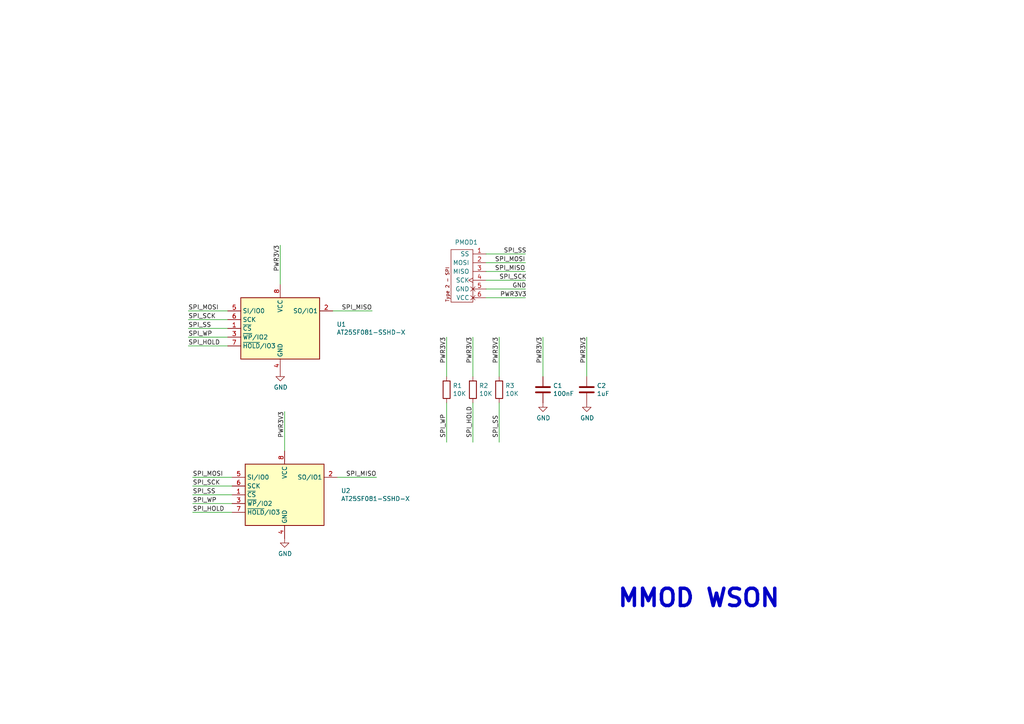
<source format=kicad_sch>
(kicad_sch (version 20211123) (generator eeschema)
  (paper "A4")
  (title_block (title "MMOD WSON") (date "2022-02-15") (rev "V0") (company "Copyright © 2022 Lone Dynamics Corporation"))
  (lib_symbols
    (symbol "Device:C" (pin_numbers hide) (pin_names (offset 0.254))
      (property "Reference" "C" (at 0.635 2.54 0))
      (property "Value" "C" (at 0.635 -2.54 0))
      (symbol "C_0_1"
        (polyline (pts (xy -2.032 -0.762) (xy 2.032 -0.762)) (stroke (width 0.508)))
        (polyline (pts (xy -2.032 0.762) (xy 2.032 0.762)) (stroke (width 0.508)))
      )
      (symbol "C_1_1"
        (pin passive line (at 0 3.81 270) (length 2.794) (name "~") (number "1"))
        (pin passive line (at 0 -3.81 90) (length 2.794) (name "~") (number "2"))
      )
    )
    (symbol "Device:R" (pin_numbers hide) (pin_names (offset 0))
      (property "Reference" "R" (at 2.032 0 90))
      (property "Value" "R" (at 0 0 90))
      (symbol "R_0_1"
        (rectangle (start -1.016 -2.54) (end 1.016 2.54) (stroke (width 0.254)))
      )
      (symbol "R_1_1"
        (pin passive line (at 0 3.81 270) (length 1.27) (name "~") (number "1"))
        (pin passive line (at 0 -3.81 90) (length 1.27) (name "~") (number "2"))
      )
    )
    (symbol "Memory_Flash:AT25SF081-SSHD-X"
      (property "Reference" "U" (at 2.54 12.7 0))
      (property "Value" "AT25SF081-SSHD-X" (at 10.16 10.16 0))
      (symbol "AT25SF081-SSHD-X_1_1"
        (rectangle (start -11.43 8.89) (end 11.43 -8.89) (stroke (width 0.254)) (fill (type background)))
        (pin input line (at -15.24 0 0) (length 3.81) (name "~{CS}") (number "1"))
        (pin bidirectional line (at 15.24 5.08 180) (length 3.81) (name "SO/IO1") (number "2"))
        (pin bidirectional line (at -15.24 -2.54 0) (length 3.81) (name "~{WP}/IO2") (number "3"))
        (pin power_in line (at 0 -12.7 90) (length 3.81) (name "GND") (number "4"))
        (pin bidirectional line (at -15.24 5.08 0) (length 3.81) (name "SI/IO0") (number "5"))
        (pin input line (at -15.24 2.54 0) (length 3.81) (name "SCK") (number "6"))
        (pin bidirectional line (at -15.24 -5.08 0) (length 3.81) (name "~{HOLD}/IO3") (number "7"))
        (pin power_in line (at 0 12.7 270) (length 3.81) (name "VCC") (number "8"))
      )
    )
    (symbol "pmod:PMOD-Device-x1-Type-2-SPI" (pin_names (offset 1.016))
      (property "Reference" "PMOD" (at -3.302 -1.27 0))
      (symbol "PMOD-Device-x1-Type-2-SPI_0_0"
        (text "Type 2 - SPI" (at -7.366 0 900) (effects (font (size 0.9906 0.9906)) (justify left)))
      )
      (symbol "PMOD-Device-x1-Type-2-SPI_0_1"
        (rectangle (start 0 15.24) (end -6.35 0))
      )
      (symbol "PMOD-Device-x1-Type-2-SPI_1_1"
        (pin output line (at 3.81 13.97 180) (length 3.81) (name "SS") (number "1"))
        (pin output line (at 3.81 11.43 180) (length 3.81) (name "MOSI") (number "2"))
        (pin input line (at 3.81 8.89 180) (length 3.81) (name "MISO") (number "3"))
        (pin output clock (at 3.81 6.35 180) (length 3.81) (name "SCK") (number "4"))
        (pin power_out non_logic (at 3.81 3.81 180) (length 3.81) (name "GND") (number "5"))
        (pin power_out non_logic (at 3.81 1.27 180) (length 3.81) (name "VCC") (number "6"))
      )
    )
    (symbol "power:GND" (power) (pin_names (offset 0))
      (property "Value" "GND" (at 0 -3.81 0))
      (symbol "GND_0_1"
        (polyline (pts (xy 0 0) (xy 0 -1.27) (xy 1.27 -1.27) (xy 0 -2.54) (xy -1.27 -1.27) (xy 0 -1.27)))
      )
      (symbol "GND_1_1"
        (pin power_in line (at 0 0 270) (length 0) hide (name "GND") (number "1"))
      )
    )
  )
  (wire (pts (xy 129.54 128.27) (xy 129.54 116.84)))
  (wire (pts (xy 137.16 128.27) (xy 137.16 116.84)))
  (wire (pts (xy 107.95 90.17) (xy 96.52 90.17)))
  (wire (pts (xy 67.31 138.43) (xy 55.88 138.43)))
  (wire (pts (xy 137.16 109.22) (xy 137.16 97.79)))
  (wire (pts (xy 66.04 100.33) (xy 54.61 100.33)))
  (wire (pts (xy 82.55 130.81) (xy 82.55 119.38)))
  (wire (pts (xy 66.04 92.71) (xy 54.61 92.71)))
  (wire (pts (xy 152.4 76.2) (xy 140.97 76.2)))
  (wire (pts (xy 66.04 90.17) (xy 54.61 90.17)))
  (wire (pts (xy 66.04 97.79) (xy 54.61 97.79)))
  (wire (pts (xy 109.22 138.43) (xy 97.79 138.43)))
  (wire (pts (xy 152.4 81.28) (xy 140.97 81.28)))
  (wire (pts (xy 129.54 109.22) (xy 129.54 97.79)))
  (wire (pts (xy 67.31 143.51) (xy 55.88 143.51)))
  (wire (pts (xy 66.04 95.25) (xy 54.61 95.25)))
  (wire (pts (xy 152.4 86.36) (xy 140.97 86.36)))
  (wire (pts (xy 67.31 140.97) (xy 55.88 140.97)))
  (wire (pts (xy 157.48 109.22) (xy 157.48 97.79)))
  (wire (pts (xy 152.4 78.74) (xy 140.97 78.74)))
  (wire (pts (xy 170.18 109.22) (xy 170.18 97.79)))
  (wire (pts (xy 144.78 109.22) (xy 144.78 97.79)))
  (wire (pts (xy 152.4 83.82) (xy 140.97 83.82)))
  (wire (pts (xy 67.31 148.59) (xy 55.88 148.59)))
  (wire (pts (xy 67.31 146.05) (xy 55.88 146.05)))
  (wire (pts (xy 144.78 128.27) (xy 144.78 116.84)))
  (wire (pts (xy 152.4 73.66) (xy 140.97 73.66)))
  (wire (pts (xy 81.28 82.55) (xy 81.28 71.12)))
  (text "MMOD WSON" (at 178.816 176.53 0) (effects (font (size 5 5) (thickness 1) bold) (justify left bottom)))
  (label "SPI_SS" (at 54.61 95.25 0))
  (label "SPI_MOSI" (at 143.51 76.2 0))
  (label "SPI_WP" (at 129.54 127 90))
  (label "SPI_SCK" (at 144.78 81.28 0))
  (label "SPI_SS" (at 55.88 143.51 0))
  (label "PWR3V3" (at 157.48 105.41 90))
  (label "SPI_HOLD" (at 55.88 148.59 0))
  (label "PWR3V3" (at 129.54 105.41 90))
  (label "SPI_MISO" (at 100.33 138.43 0))
  (label "SPI_MOSI" (at 54.61 90.17 0))
  (label "SPI_SCK" (at 55.88 140.97 0))
  (label "SPI_HOLD" (at 54.61 100.33 0))
  (label "SPI_WP" (at 54.61 97.79 0))
  (label "SPI_WP" (at 55.88 146.05 0))
  (label "SPI_SS" (at 146.05 73.66 0))
  (label "SPI_HOLD" (at 137.16 127 90))
  (label "PWR3V3" (at 144.78 105.41 90))
  (label "PWR3V3" (at 81.28 78.74 90))
  (label "SPI_MISO" (at 99.06 90.17 0))
  (label "SPI_MISO" (at 143.51 78.74 0))
  (label "SPI_SS" (at 144.78 127 90))
  (label "PWR3V3" (at 170.18 105.41 90))
  (label "PWR3V3" (at 82.55 127 90))
  (label "SPI_SCK" (at 54.61 92.71 0))
  (label "GND" (at 148.59 83.82 0))
  (label "SPI_MOSI" (at 55.88 138.43 0))
  (label "PWR3V3" (at 145.034 86.36 0))
  (label "PWR3V3" (at 137.16 105.41 90))
  (symbol (lib_id "Memory_Flash:AT25SF081-SSHD-X") (at 81.28 95.25 0) (unit 1)
    (property "Reference" "U1" (at 97.6376 94.0816 0) (effects (justify left)))
    (property "Value" "AT25SF081-SSHD-X" (at 97.6376 96.393 0) (effects (justify left)))
    (property "Footprint" "Package_SON:WSON-8-1EP_6x5mm_P1.27mm_EP3.4x4.3mm" (effects hide))
    (property "Datasheet" "https://www.adestotech.com/wp-content/uploads/DS-AT25SF081_045.pdf" (effects hide))
  )
  (symbol (lib_id "pmod:PMOD-Device-x1-Type-2-SPI") (at 137.16 87.63 0) (unit 1)
    (property "Reference" "PMOD1" (at 135.255 70.2818 0))
    (property "Value" "PMOD-Device-x1-Type-2-SPI" (effects hide))
    (property "Footprint" "Connector_PinHeader_2.54mm:PinHeader_1x06_P2.54mm_Horizontal" (effects hide))
  )
  (symbol (lib_id "Device:R") (at 129.54 113.03 0) (unit 1)
    (property "Reference" "R1" (at 131.318 111.8616 0) (effects (justify left)))
    (property "Value" "10K" (at 131.318 114.173 0) (effects (justify left)))
    (property "Footprint" "Resistor_SMD:R_0603_1608Metric" (effects hide))
  )
  (symbol (lib_id "Device:R") (at 137.16 113.03 0) (unit 1)
    (property "Reference" "R2" (at 138.938 111.8616 0) (effects (justify left)))
    (property "Value" "10K" (at 138.938 114.173 0) (effects (justify left)))
    (property "Footprint" "Resistor_SMD:R_0603_1608Metric" (effects hide))
  )
  (symbol (lib_id "Device:R") (at 144.78 113.03 0) (unit 1)
    (property "Reference" "R3" (at 146.558 111.8616 0) (effects (justify left)))
    (property "Value" "10K" (at 146.558 114.173 0) (effects (justify left)))
    (property "Footprint" "Resistor_SMD:R_0603_1608Metric" (effects hide))
  )
  (symbol (lib_id "Device:C") (at 157.48 113.03 0) (unit 1)
    (property "Reference" "C1" (at 160.401 111.8616 0) (effects (justify left)))
    (property "Value" "100nF" (at 160.401 114.173 0) (effects (justify left)))
    (property "Footprint" "Capacitor_SMD:C_0603_1608Metric" (effects hide))
  )
  (symbol (lib_id "power:GND") (at 157.48 116.84 0) (unit 1)
    (property "Reference" "#PWR03" (effects hide))
    (property "Value" "GND" (at 157.607 121.2342 0))
  )
  (symbol (lib_id "power:GND") (at 81.28 107.95 0) (unit 1)
    (property "Reference" "#PWR01" (effects hide))
    (property "Value" "GND" (at 81.407 112.3442 0))
  )
  (symbol (lib_id "Device:C") (at 170.18 113.03 0) (unit 1)
    (property "Reference" "C2" (at 173.101 111.8616 0) (effects (justify left)))
    (property "Value" "1uF" (at 173.101 114.173 0) (effects (justify left)))
    (property "Footprint" "Capacitor_SMD:C_0603_1608Metric" (effects hide))
  )
  (symbol (lib_id "power:GND") (at 170.18 116.84 0) (unit 1)
    (property "Reference" "#PWR04" (effects hide))
    (property "Value" "GND" (at 170.307 121.2342 0))
  )
  (symbol (lib_id "power:GND") (at 82.55 156.21 0) (unit 1)
    (property "Reference" "#PWR02" (effects hide))
    (property "Value" "GND" (at 82.677 160.6042 0))
  )
  (symbol (lib_id "Memory_Flash:AT25SF081-SSHD-X") (at 82.55 143.51 0) (unit 1)
    (property "Reference" "U2" (at 98.9076 142.3416 0) (effects (justify left)))
    (property "Value" "AT25SF081-SSHD-X" (at 98.9076 144.653 0) (effects (justify left)))
    (property "Footprint" "LD-MEMORY:SON127P800X600X80-9N" (effects hide))
    (property "Datasheet" "https://www.adestotech.com/wp-content/uploads/DS-AT25SF081_045.pdf" (effects hide))
  )
)
</source>
